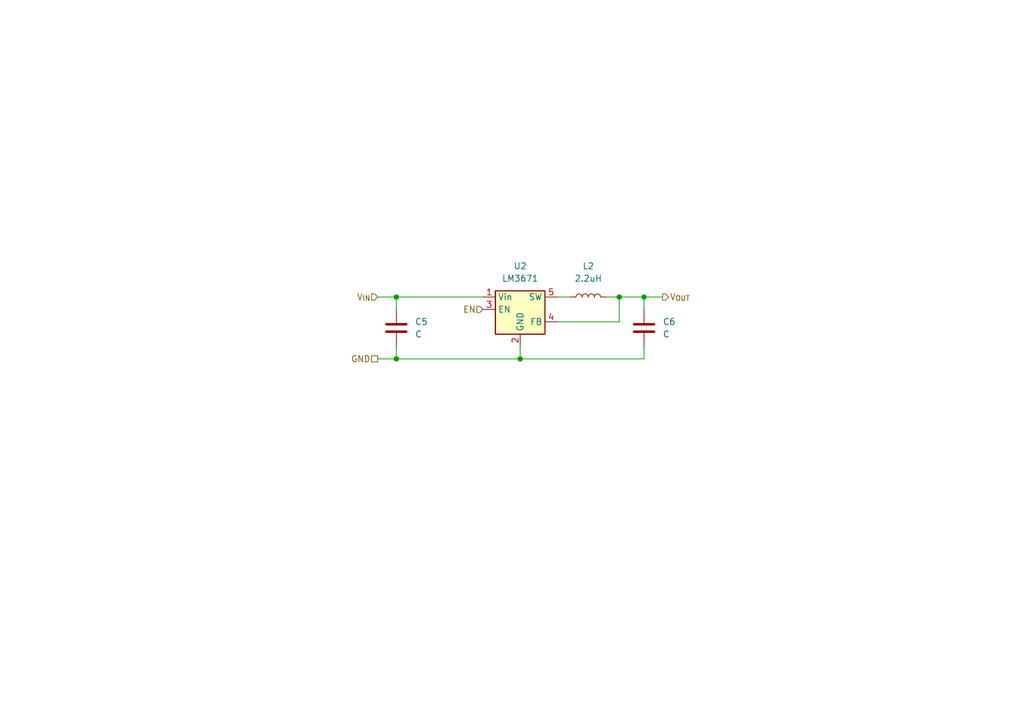
<source format=kicad_sch>
(kicad_sch (version 20211123) (generator eeschema)
  (paper "A5")
  (lib_symbols
    (symbol "Device:C" (pin_numbers hide) (pin_names (offset 0.254))
      (property "Reference" "C" (at 0.635 2.54 0))
      (property "Value" "C" (at 0.635 -2.54 0))
      (symbol "C_0_1"
        (polyline (pts (xy -2.032 -0.762) (xy 2.032 -0.762)) (stroke (width 0.508)))
        (polyline (pts (xy -2.032 0.762) (xy 2.032 0.762)) (stroke (width 0.508)))
      )
      (symbol "C_1_1"
        (pin passive line (at 0 3.81 270) (length 2.794) (name "~") (number "1"))
        (pin passive line (at 0 -3.81 90) (length 2.794) (name "~") (number "2"))
      )
    )
    (symbol "Device:L" (pin_numbers hide) (pin_names (offset 1.016) hide)
      (property "Reference" "L" (at -1.27 0 90))
      (property "Value" "L" (at 1.905 0 90))
      (symbol "L_0_1"
        (arc (start 0 -2.54) (mid 0.635 -1.905) (end 0 -1.27))
        (arc (start 0 -1.27) (mid 0.635 -0.635) (end 0 0))
        (arc (start 0 0) (mid 0.635 0.635) (end 0 1.27))
        (arc (start 0 1.27) (mid 0.635 1.905) (end 0 2.54))
      )
      (symbol "L_1_1"
        (pin passive line (at 0 3.81 270) (length 1.27) (name "1") (number "1"))
        (pin passive line (at 0 -3.81 90) (length 1.27) (name "2") (number "2"))
      )
    )
    (symbol "Regulator_Switching:LM3670MF"
      (property "Reference" "U" (at -5.08 5.08 0))
      (property "Value" "LM3670MF" (at 0 5.08 0))
      (symbol "LM3670MF_0_1"
        (rectangle (start -5.08 3.81) (end 5.08 -5.08) (stroke (width 0.254)) (fill (type background)))
      )
      (symbol "LM3670MF_1_1"
        (pin power_in line (at -7.62 2.54 0) (length 2.54) (name "Vin") (number "1"))
        (pin power_in line (at 0 -7.62 90) (length 2.54) (name "GND") (number "2"))
        (pin input line (at -7.62 0 0) (length 2.54) (name "EN") (number "3"))
        (pin input line (at 7.62 -2.54 180) (length 2.54) (name "FB") (number "4"))
        (pin input line (at 7.62 2.54 180) (length 2.54) (name "SW") (number "5"))
      )
    )
  )
  (junction (at 132.08 60.96))
  (junction (at 81.28 60.96))
  (junction (at 127 60.96))
  (junction (at 106.68 73.66))
  (junction (at 81.28 73.66))
  (wire (pts (xy 114.3 60.96) (xy 116.84 60.96)))
  (wire (pts (xy 127 66.04) (xy 127 60.96)))
  (wire (pts (xy 127 60.96) (xy 132.08 60.96)))
  (wire (pts (xy 77.47 60.96) (xy 81.28 60.96)))
  (wire (pts (xy 106.68 71.12) (xy 106.68 73.66)))
  (wire (pts (xy 132.08 60.96) (xy 132.08 63.5)))
  (wire (pts (xy 132.08 71.12) (xy 132.08 73.66)))
  (wire (pts (xy 81.28 73.66) (xy 81.28 71.12)))
  (wire (pts (xy 81.28 60.96) (xy 81.28 63.5)))
  (wire (pts (xy 132.08 73.66) (xy 106.68 73.66)))
  (wire (pts (xy 99.06 60.96) (xy 81.28 60.96)))
  (wire (pts (xy 106.68 73.66) (xy 81.28 73.66)))
  (wire (pts (xy 77.47 73.66) (xy 81.28 73.66)))
  (wire (pts (xy 124.46 60.96) (xy 127 60.96)))
  (wire (pts (xy 114.3 66.04) (xy 127 66.04)))
  (wire (pts (xy 132.08 60.96) (xy 135.89 60.96)))
  (hierarchical_label "V_{OUT}" (shape output) (at 135.89 60.96 0))
  (hierarchical_label "V_{IN}" (shape input) (at 77.47 60.96 180))
  (hierarchical_label "EN" (shape input) (at 99.06 63.5 180))
  (hierarchical_label "GND" (shape passive) (at 77.47 73.66 180))
  (symbol (lib_id "Device:C") (at 132.08 67.31 0) (unit 1)
    (property "Reference" "C6" (at 135.89 66.0399 0) (effects (justify left)))
    (property "Value" "C" (at 135.89 68.5799 0) (effects (justify left)))
    (property "Footprint" "Capacitor_SMD:C_0603_1608Metric" (effects hide))
  )
  (symbol (lib_id "Regulator_Switching:LM3670MF") (at 106.68 63.5 0) (unit 1)
    (property "Reference" "U2" (at 106.68 54.61 0))
    (property "Value" "LM3671" (at 106.68 57.15 0))
    (property "Footprint" "Package_TO_SOT_SMD:TSOT-23-5" (effects hide))
    (property "Datasheet" "http://www.ti.com/lit/ds/symlink/lm3670.pdf" (effects hide))
  )
  (symbol (lib_id "Device:C") (at 81.28 67.31 0) (unit 1)
    (property "Reference" "C5" (at 85.09 66.0399 0) (effects (justify left)))
    (property "Value" "C" (at 85.09 68.5799 0) (effects (justify left)))
    (property "Footprint" "Capacitor_SMD:C_0603_1608Metric" (effects hide))
  )
  (symbol (lib_id "Device:L") (at 120.65 60.96 90) (unit 1)
    (property "Reference" "L2" (at 120.65 54.61 90))
    (property "Value" "2.2uH" (at 120.65 57.15 90))
    (property "Footprint" "Inductor_SMD:L_0805_2012Metric" (effects hide))
  )
)
</source>
